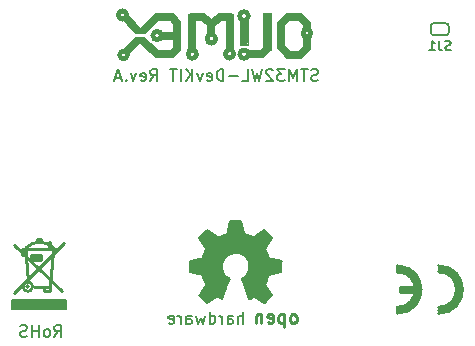
<source format=gbr>
G04 #@! TF.GenerationSoftware,KiCad,Pcbnew,5.1.5+dfsg1-2build2*
G04 #@! TF.CreationDate,2021-03-17T14:18:53+02:00*
G04 #@! TF.ProjectId,LoRa-STM32WL-DevKit_RevA,4c6f5261-2d53-4544-9d33-32574c2d4465,rev?*
G04 #@! TF.SameCoordinates,Original*
G04 #@! TF.FileFunction,Legend,Bot*
G04 #@! TF.FilePolarity,Positive*
%FSLAX46Y46*%
G04 Gerber Fmt 4.6, Leading zero omitted, Abs format (unit mm)*
G04 Created by KiCad (PCBNEW 5.1.5+dfsg1-2build2) date 2021-03-17 14:18:53*
%MOMM*%
%LPD*%
G04 APERTURE LIST*
%ADD10C,0.150000*%
%ADD11C,0.400000*%
%ADD12C,0.700000*%
%ADD13C,0.500000*%
%ADD14C,0.100000*%
%ADD15C,0.254000*%
%ADD16C,0.127000*%
%ADD17C,0.420000*%
%ADD18C,0.370000*%
%ADD19C,0.380000*%
%ADD20C,1.000000*%
%ADD21C,0.300000*%
%ADD22C,0.152400*%
%ADD23C,0.180000*%
%ADD24C,0.200000*%
G04 APERTURE END LIST*
D10*
X71767557Y-128125480D02*
X72100890Y-127649290D01*
X72338985Y-128125480D02*
X72338985Y-127125480D01*
X71958033Y-127125480D01*
X71862795Y-127173100D01*
X71815176Y-127220719D01*
X71767557Y-127315957D01*
X71767557Y-127458814D01*
X71815176Y-127554052D01*
X71862795Y-127601671D01*
X71958033Y-127649290D01*
X72338985Y-127649290D01*
X71196128Y-128125480D02*
X71291366Y-128077861D01*
X71338985Y-128030242D01*
X71386604Y-127935004D01*
X71386604Y-127649290D01*
X71338985Y-127554052D01*
X71291366Y-127506433D01*
X71196128Y-127458814D01*
X71053271Y-127458814D01*
X70958033Y-127506433D01*
X70910414Y-127554052D01*
X70862795Y-127649290D01*
X70862795Y-127935004D01*
X70910414Y-128030242D01*
X70958033Y-128077861D01*
X71053271Y-128125480D01*
X71196128Y-128125480D01*
X70434223Y-128125480D02*
X70434223Y-127125480D01*
X70434223Y-127601671D02*
X69862795Y-127601671D01*
X69862795Y-128125480D02*
X69862795Y-127125480D01*
X69434223Y-128077861D02*
X69291366Y-128125480D01*
X69053271Y-128125480D01*
X68958033Y-128077861D01*
X68910414Y-128030242D01*
X68862795Y-127935004D01*
X68862795Y-127839766D01*
X68910414Y-127744528D01*
X68958033Y-127696909D01*
X69053271Y-127649290D01*
X69243747Y-127601671D01*
X69338985Y-127554052D01*
X69386604Y-127506433D01*
X69434223Y-127411195D01*
X69434223Y-127315957D01*
X69386604Y-127220719D01*
X69338985Y-127173100D01*
X69243747Y-127125480D01*
X69005652Y-127125480D01*
X68862795Y-127173100D01*
X94080528Y-106411661D02*
X93937671Y-106459280D01*
X93699576Y-106459280D01*
X93604338Y-106411661D01*
X93556719Y-106364042D01*
X93509100Y-106268804D01*
X93509100Y-106173566D01*
X93556719Y-106078328D01*
X93604338Y-106030709D01*
X93699576Y-105983090D01*
X93890052Y-105935471D01*
X93985290Y-105887852D01*
X94032909Y-105840233D01*
X94080528Y-105744995D01*
X94080528Y-105649757D01*
X94032909Y-105554519D01*
X93985290Y-105506900D01*
X93890052Y-105459280D01*
X93651957Y-105459280D01*
X93509100Y-105506900D01*
X93223385Y-105459280D02*
X92651957Y-105459280D01*
X92937671Y-106459280D02*
X92937671Y-105459280D01*
X92318623Y-106459280D02*
X92318623Y-105459280D01*
X91985290Y-106173566D01*
X91651957Y-105459280D01*
X91651957Y-106459280D01*
X91271004Y-105459280D02*
X90651957Y-105459280D01*
X90985290Y-105840233D01*
X90842433Y-105840233D01*
X90747195Y-105887852D01*
X90699576Y-105935471D01*
X90651957Y-106030709D01*
X90651957Y-106268804D01*
X90699576Y-106364042D01*
X90747195Y-106411661D01*
X90842433Y-106459280D01*
X91128147Y-106459280D01*
X91223385Y-106411661D01*
X91271004Y-106364042D01*
X90271004Y-105554519D02*
X90223385Y-105506900D01*
X90128147Y-105459280D01*
X89890052Y-105459280D01*
X89794814Y-105506900D01*
X89747195Y-105554519D01*
X89699576Y-105649757D01*
X89699576Y-105744995D01*
X89747195Y-105887852D01*
X90318623Y-106459280D01*
X89699576Y-106459280D01*
X89366242Y-105459280D02*
X89128147Y-106459280D01*
X88937671Y-105744995D01*
X88747195Y-106459280D01*
X88509100Y-105459280D01*
X87651957Y-106459280D02*
X88128147Y-106459280D01*
X88128147Y-105459280D01*
X87318623Y-106078328D02*
X86556719Y-106078328D01*
X86080528Y-106459280D02*
X86080528Y-105459280D01*
X85842433Y-105459280D01*
X85699576Y-105506900D01*
X85604338Y-105602138D01*
X85556719Y-105697376D01*
X85509100Y-105887852D01*
X85509100Y-106030709D01*
X85556719Y-106221185D01*
X85604338Y-106316423D01*
X85699576Y-106411661D01*
X85842433Y-106459280D01*
X86080528Y-106459280D01*
X84699576Y-106411661D02*
X84794814Y-106459280D01*
X84985290Y-106459280D01*
X85080528Y-106411661D01*
X85128147Y-106316423D01*
X85128147Y-105935471D01*
X85080528Y-105840233D01*
X84985290Y-105792614D01*
X84794814Y-105792614D01*
X84699576Y-105840233D01*
X84651957Y-105935471D01*
X84651957Y-106030709D01*
X85128147Y-106125947D01*
X84318623Y-105792614D02*
X84080528Y-106459280D01*
X83842433Y-105792614D01*
X83461480Y-106459280D02*
X83461480Y-105459280D01*
X82890052Y-106459280D02*
X83318623Y-105887852D01*
X82890052Y-105459280D02*
X83461480Y-106030709D01*
X82461480Y-106459280D02*
X82461480Y-105459280D01*
X82128147Y-105459280D02*
X81556719Y-105459280D01*
X81842433Y-106459280D02*
X81842433Y-105459280D01*
X79890052Y-106459280D02*
X80223385Y-105983090D01*
X80461480Y-106459280D02*
X80461480Y-105459280D01*
X80080528Y-105459280D01*
X79985290Y-105506900D01*
X79937671Y-105554519D01*
X79890052Y-105649757D01*
X79890052Y-105792614D01*
X79937671Y-105887852D01*
X79985290Y-105935471D01*
X80080528Y-105983090D01*
X80461480Y-105983090D01*
X79080528Y-106411661D02*
X79175766Y-106459280D01*
X79366242Y-106459280D01*
X79461480Y-106411661D01*
X79509100Y-106316423D01*
X79509100Y-105935471D01*
X79461480Y-105840233D01*
X79366242Y-105792614D01*
X79175766Y-105792614D01*
X79080528Y-105840233D01*
X79032909Y-105935471D01*
X79032909Y-106030709D01*
X79509100Y-106125947D01*
X78699576Y-105792614D02*
X78461480Y-106459280D01*
X78223385Y-105792614D01*
X77842433Y-106364042D02*
X77794814Y-106411661D01*
X77842433Y-106459280D01*
X77890052Y-106411661D01*
X77842433Y-106364042D01*
X77842433Y-106459280D01*
X77413861Y-106173566D02*
X76937671Y-106173566D01*
X77509100Y-106459280D02*
X77175766Y-105459280D01*
X76842433Y-106459280D01*
D11*
X93491947Y-102412800D02*
G75*
G03X93491947Y-102412800I-337447J0D01*
G01*
D12*
X93167200Y-101638100D02*
X92659200Y-101130100D01*
X91567000Y-101053900D02*
X90932000Y-101663500D01*
X90957400Y-103619300D02*
X91516200Y-104203500D01*
X89331800Y-104216200D02*
X89789000Y-103759000D01*
X88346000Y-104216200D02*
X89331800Y-104216200D01*
D11*
X88199524Y-104190800D02*
G75*
G03X88199524Y-104190800I-366324J0D01*
G01*
D12*
X87833200Y-101498400D02*
X87833200Y-103098600D01*
D11*
X88194018Y-100965000D02*
G75*
G03X88194018Y-100965000I-373518J0D01*
G01*
X86960959Y-104165400D02*
G75*
G03X86960959Y-104165400I-359659J0D01*
G01*
D12*
X86614000Y-103657400D02*
X86614000Y-101066600D01*
X86614000Y-101066600D02*
X85775800Y-101066600D01*
X85775800Y-101066600D02*
X85166200Y-101574600D01*
X85064600Y-102362000D02*
X85064600Y-101650800D01*
X84988400Y-101574600D02*
X84353400Y-101066600D01*
D11*
X85435518Y-102895400D02*
G75*
G03X85435518Y-102895400I-370918J0D01*
G01*
D12*
X84353400Y-101066600D02*
X83464400Y-101066600D01*
D11*
X83814929Y-104178100D02*
G75*
G03X83814929Y-104178100I-363229J0D01*
G01*
X77951866Y-104267000D02*
G75*
G03X77951866Y-104267000I-329466J0D01*
G01*
D12*
X77952600Y-103911400D02*
X78790800Y-103098600D01*
D13*
X79298800Y-102997000D02*
X78765400Y-102997000D01*
D12*
X80441800Y-104216200D02*
X79298800Y-103098600D01*
X81762600Y-104216200D02*
X80441800Y-104216200D01*
X82194400Y-103784400D02*
X81762600Y-104216200D01*
X82194400Y-101549200D02*
X82194400Y-103784400D01*
X82194400Y-101523800D02*
X81711800Y-101015800D01*
X81663700Y-101041200D02*
X80441800Y-101041200D01*
X80441800Y-101041200D02*
X79349600Y-102108000D01*
D13*
X79324200Y-102222300D02*
X78765400Y-102222300D01*
D12*
X77901800Y-101231700D02*
X78765400Y-102125400D01*
D11*
X77892935Y-100876100D02*
G75*
G03X77892935Y-100876100I-359435J0D01*
G01*
D12*
X80975200Y-102616000D02*
X82194400Y-102616000D01*
D11*
X80826859Y-102616000D02*
G75*
G03X80826859Y-102616000I-359659J0D01*
G01*
D12*
X92595700Y-104228900D02*
X91554300Y-104228900D01*
X93154500Y-103670100D02*
X93154500Y-102908100D01*
X93167200Y-103657400D02*
X92583000Y-104228900D01*
X93167200Y-101688900D02*
X93167200Y-101930200D01*
X90944700Y-101650800D02*
X90944700Y-103581200D01*
X91567000Y-101041200D02*
X92570300Y-101041200D01*
X83451700Y-101053900D02*
X83451700Y-103657400D01*
X89789000Y-103771700D02*
X89789000Y-101041200D01*
D14*
X89789000Y-100698300D02*
X90068400Y-100698300D01*
X90093800Y-100698300D02*
X90093800Y-103847900D01*
X90081100Y-100698300D02*
X90093800Y-100698300D01*
X90068400Y-100698300D02*
X90081100Y-100698300D01*
X89954100Y-100787200D02*
X90017600Y-100774500D01*
X89471500Y-100698300D02*
X89471500Y-103733600D01*
X89776300Y-100698300D02*
X89471500Y-100698300D01*
X89649300Y-100774500D02*
X89535000Y-100774500D01*
X88150700Y-101384100D02*
X88150700Y-103403400D01*
X87515700Y-103403400D02*
X87515700Y-101384100D01*
X87541100Y-103403400D02*
X87515700Y-103403400D01*
X88150700Y-103403400D02*
X87541100Y-103403400D01*
X88011000Y-103339900D02*
X88074500Y-103339900D01*
X87668100Y-103339900D02*
X87579200Y-103339900D01*
X86931500Y-103746300D02*
X86931500Y-100761800D01*
X85686900Y-100749100D02*
X85102700Y-101231700D01*
X86931500Y-100749100D02*
X85686900Y-100749100D01*
X86779100Y-100812600D02*
X86855300Y-100812600D01*
X83121500Y-103771700D02*
X83121500Y-100761800D01*
X84442300Y-100749100D02*
X85064600Y-101244400D01*
X84416900Y-100749100D02*
X84442300Y-100749100D01*
X83121500Y-100749100D02*
X84416900Y-100749100D01*
X83121500Y-100761800D02*
X83121500Y-100749100D01*
X83273900Y-100825300D02*
X83172300Y-100825300D01*
X80327500Y-100711000D02*
X79070200Y-101955600D01*
X80378300Y-100711000D02*
X80327500Y-100711000D01*
X81749900Y-100711000D02*
X80378300Y-100711000D01*
D10*
X68201800Y-124968800D02*
X68201800Y-125730800D01*
X72773800Y-124968800D02*
X68201800Y-124968800D01*
X72773800Y-125730800D02*
X72773800Y-124968800D01*
X68201800Y-125730800D02*
X72773800Y-125730800D01*
X68252600Y-125019600D02*
X72672200Y-125019600D01*
X72723000Y-125121200D02*
X68252600Y-125121200D01*
X68252600Y-125273600D02*
X72672200Y-125273600D01*
X68252600Y-125426000D02*
X72672200Y-125426000D01*
X72723000Y-125172000D02*
X68303400Y-125172000D01*
X72723000Y-125324400D02*
X68252600Y-125324400D01*
X68303400Y-125527600D02*
X72672200Y-125527600D01*
X72723000Y-125629200D02*
X68303400Y-125629200D01*
D15*
X72567800Y-120192800D02*
X68376800Y-124383800D01*
X72440800Y-124256800D02*
X68376800Y-120319800D01*
X71424800Y-123875800D02*
X70027800Y-123875800D01*
X71424800Y-123875800D02*
X71678800Y-120827800D01*
X71932800Y-120700800D02*
X69011800Y-120700800D01*
X70916800Y-124256800D02*
X70916800Y-124002800D01*
X71424800Y-124256800D02*
X70916800Y-124256800D01*
X71424800Y-123875800D02*
X71424800Y-124256800D01*
X69519800Y-123367800D02*
X69392800Y-121335800D01*
X69921409Y-123875800D02*
G75*
G03X69921409Y-123875800I-401609J0D01*
G01*
X71297800Y-120065800D02*
X71297800Y-120573800D01*
X71424800Y-120065800D02*
X71297800Y-120065800D01*
X71424800Y-120573800D02*
X71424800Y-120065800D01*
X69011800Y-121208800D02*
X69011800Y-120700800D01*
X69392800Y-121208800D02*
X69011800Y-121208800D01*
X69392800Y-120700800D02*
X69392800Y-121208800D01*
X69265800Y-120827800D02*
X69265800Y-120954800D01*
X69265800Y-120700800D02*
X69138800Y-121081800D01*
X69265800Y-120827800D02*
X69265800Y-120954800D01*
X69138800Y-120827800D02*
X69138800Y-121208800D01*
X69265800Y-120827800D02*
X69138800Y-120827800D01*
X69265800Y-121208800D02*
X69265800Y-120827800D01*
X70662800Y-121589800D02*
X70662800Y-121208800D01*
X69773800Y-121589800D02*
X70662800Y-121589800D01*
X69773800Y-121208800D02*
X69773800Y-121589800D01*
X70662800Y-121208800D02*
X69773800Y-121208800D01*
X70535800Y-121335800D02*
X69900800Y-121335800D01*
X70281800Y-119811800D02*
X70662800Y-119811800D01*
X70281800Y-119938800D02*
X70281800Y-119811800D01*
X70662800Y-119938800D02*
X70281800Y-119938800D01*
X70662800Y-119811800D02*
X70662800Y-119938800D01*
X69392800Y-120573800D02*
G75*
G02X71678800Y-120573800I1143000J-1143000D01*
G01*
D16*
X69646800Y-123875800D02*
G75*
G03X69646800Y-123875800I-127000J0D01*
G01*
D17*
X88361520Y-124736860D02*
X87810340Y-123314460D01*
D18*
X88706960Y-124551440D02*
X88389460Y-124757180D01*
D11*
X89496900Y-125100080D02*
X88717120Y-124569220D01*
D19*
X90073480Y-124561600D02*
X89509600Y-125100080D01*
D18*
X90058240Y-124561600D02*
X89524840Y-123728480D01*
X89882980Y-122801380D02*
X89524840Y-123685300D01*
X90860880Y-122560080D02*
X89910920Y-122778520D01*
D19*
X90850720Y-121782840D02*
X90855800Y-122570240D01*
D18*
X90863420Y-121770140D02*
X89844880Y-121589800D01*
X89814400Y-121554240D02*
X89466420Y-120688100D01*
X90043000Y-119786400D02*
X89486740Y-120637300D01*
D19*
X90053160Y-119763540D02*
X89552780Y-119230140D01*
D18*
X89504520Y-119204740D02*
X88676480Y-119857520D01*
X88615520Y-119847360D02*
X87769700Y-119440960D01*
X87510620Y-118407180D02*
X87716360Y-119420640D01*
X87518240Y-118394480D02*
X86733380Y-118394480D01*
X86751160Y-118414800D02*
X86537800Y-119433340D01*
X86537800Y-119433340D02*
X85636100Y-119882920D01*
X85623400Y-119877840D02*
X84719160Y-119243400D01*
X84719160Y-119245380D02*
X84165440Y-119791480D01*
X84165440Y-119794020D02*
X84782660Y-120583960D01*
X84782660Y-120583960D02*
X84442300Y-121521220D01*
X84442300Y-121521220D02*
X83360260Y-121749820D01*
X83360260Y-121749820D02*
X83360260Y-122585480D01*
X83360260Y-122585480D02*
X84373720Y-122755660D01*
X84373720Y-122755660D02*
X84780120Y-123667520D01*
X84729320Y-125115320D02*
X85564980Y-124548900D01*
X85564980Y-124548900D02*
X85902800Y-124734320D01*
X85902800Y-124734320D02*
X86476840Y-123294140D01*
X86466680Y-123291600D02*
G75*
G02X86095840Y-121427240I746760J1117600D01*
G01*
X86085680Y-121442480D02*
G75*
G02X88011000Y-121244360I1061720J-863600D01*
G01*
X88036400Y-121269760D02*
G75*
G02X87960200Y-123123960I-965200J-889000D01*
G01*
X84780120Y-123667520D02*
X84160360Y-124553980D01*
X84714080Y-125107700D02*
X84160360Y-124561600D01*
D10*
X88280240Y-124917200D02*
X87630000Y-123248420D01*
X88663780Y-124714000D02*
X88318340Y-124934980D01*
X88676480Y-124703840D02*
X89501980Y-125267720D01*
X89509600Y-125275340D02*
X90230960Y-124581920D01*
X90238580Y-124579380D02*
X89641680Y-123715780D01*
X91000580Y-122671840D02*
X89928700Y-122867420D01*
X91000580Y-121678700D02*
X91000580Y-122664220D01*
X91003120Y-121676160D02*
X89832180Y-121472960D01*
X89933780Y-121478040D02*
X89598500Y-120644920D01*
X90195400Y-119794020D02*
X89601040Y-120647460D01*
X90215720Y-119758460D02*
X89542620Y-119044720D01*
X89529920Y-119042180D02*
X88559640Y-119758460D01*
X88595200Y-119689880D02*
X87690960Y-119311420D01*
X87607140Y-118295420D02*
X87807800Y-119321580D01*
X87596980Y-118287800D02*
X86631780Y-118287800D01*
X86631780Y-118287800D02*
X86405720Y-119458740D01*
X86415880Y-119377460D02*
X85610700Y-119715280D01*
X85730080Y-119763540D02*
X84719160Y-119090440D01*
X84714080Y-119087900D02*
X84020660Y-119778780D01*
X84015580Y-119786400D02*
X84719160Y-120777000D01*
X84630260Y-120667780D02*
X84264500Y-121536460D01*
X83327240Y-122438160D02*
X84434680Y-122661680D01*
X83243420Y-121696480D02*
X83245960Y-122654060D01*
X84381340Y-122885200D02*
X83258660Y-122674380D01*
X84277200Y-122852180D02*
X84658200Y-123832620D01*
X84310220Y-124487940D02*
X84795360Y-125018800D01*
X84706460Y-125262640D02*
X84023200Y-124571760D01*
X85592920Y-124647960D02*
X84716620Y-125267720D01*
X84729320Y-124952760D02*
X85549740Y-124424440D01*
X85412580Y-124620020D02*
X85940900Y-124947680D01*
X85940900Y-124947680D02*
X86326980Y-123967240D01*
X86332060Y-123268740D02*
X85803740Y-124650500D01*
X90708480Y-121866660D02*
X90708480Y-122516900D01*
X90850720Y-121922540D02*
X89735660Y-121676160D01*
X89321640Y-120655080D02*
X89707720Y-121653300D01*
X89316560Y-120660160D02*
X89918540Y-119750840D01*
X89560400Y-119306340D02*
X88676480Y-120027700D01*
X86288880Y-123327160D02*
X86111080Y-123205240D01*
X86111080Y-123205240D02*
X85735160Y-122494040D01*
X85735160Y-122494040D02*
X85735160Y-121975880D01*
X85730080Y-121988580D02*
X85963760Y-121315480D01*
X85963760Y-121315480D02*
X86474300Y-120886220D01*
X86474300Y-120886220D02*
X87289640Y-120726200D01*
X87289640Y-120718580D02*
X88160860Y-121147840D01*
X88160860Y-121147840D02*
X88579960Y-121879360D01*
X88585040Y-121884440D02*
X88452960Y-122707400D01*
X88447880Y-122737880D02*
X88353900Y-122908060D01*
X88447880Y-122737880D02*
X88353900Y-122908060D01*
X88224360Y-122958860D02*
X87965280Y-123296680D01*
X87856060Y-123073160D02*
X87630000Y-123248420D01*
X86354920Y-123075700D02*
X86608920Y-123240800D01*
X86492080Y-123530360D02*
X86614000Y-123245880D01*
X88671400Y-120025160D02*
X87688420Y-119532400D01*
X88341200Y-122938540D02*
X88033860Y-123205240D01*
D20*
X89357200Y-124368560D02*
X88503760Y-123347480D01*
X90393520Y-122163840D02*
X88976200Y-122102880D01*
X89408000Y-119877840D02*
X88346280Y-120985280D01*
X87147400Y-118902480D02*
X87142320Y-120416320D01*
X84881720Y-119959120D02*
X85994240Y-121025920D01*
X83891120Y-122143520D02*
X85359240Y-122229880D01*
X88681560Y-124195840D02*
X88315800Y-123433840D01*
X89347040Y-123296680D02*
X88783160Y-122816620D01*
X89595960Y-122651520D02*
X88889840Y-122524520D01*
X89270840Y-121406920D02*
X88828880Y-121566940D01*
X89095580Y-120926860D02*
X88638380Y-121216420D01*
X88097360Y-120149620D02*
X87922100Y-120507760D01*
X87663020Y-119890540D02*
X87495380Y-120500140D01*
X86398100Y-119905780D02*
X86619080Y-120591580D01*
X85811360Y-120157240D02*
X86230460Y-120743980D01*
X84942680Y-121025920D02*
X85598000Y-121391680D01*
X84701380Y-121719340D02*
X85422740Y-121866660D01*
X85537040Y-122877580D02*
X84927440Y-122984260D01*
X85857080Y-123296680D02*
X85239860Y-123624340D01*
X85971380Y-123433840D02*
X84790280Y-124447300D01*
X85971380Y-123342400D02*
X85638640Y-124073920D01*
D15*
X101065200Y-124117100D02*
X102315200Y-124117100D01*
X101065200Y-124367100D02*
X102315200Y-124367100D01*
X101065200Y-123867100D02*
X101065200Y-124367100D01*
X102315200Y-123867100D02*
X101065200Y-123867100D01*
X100815200Y-122117100D02*
X100815200Y-122617100D01*
X100815200Y-126117100D02*
G75*
G03X100815200Y-122117100I0J2000000D01*
G01*
X100815200Y-125617100D02*
X100815200Y-126117100D01*
D21*
X100865180Y-125867100D02*
G75*
G03X100865200Y-122367100I-49980J1750000D01*
G01*
D15*
X100815200Y-125617100D02*
G75*
G03X100815200Y-122617100I0J1500000D01*
G01*
D21*
X104365180Y-125867100D02*
G75*
G03X104365200Y-122367100I-49980J1750000D01*
G01*
D15*
X104315200Y-125617100D02*
X104315200Y-126117100D01*
X104315200Y-122117100D02*
X104315200Y-122617100D01*
X104315200Y-126117100D02*
G75*
G03X104315200Y-122117100I0J2000000D01*
G01*
X104315200Y-125617100D02*
G75*
G03X104315200Y-122617100I0J1500000D01*
G01*
D22*
X103886000Y-102590600D02*
G75*
G02X103632000Y-102336600I0J254000D01*
G01*
X105156000Y-102336600D02*
G75*
G02X104902000Y-102590600I-254000J0D01*
G01*
X104902000Y-101574600D02*
G75*
G02X105156000Y-101828600I0J-254000D01*
G01*
X103632000Y-101828600D02*
G75*
G02X103886000Y-101574600I254000J0D01*
G01*
D10*
X103632000Y-102336600D02*
X103632000Y-101828600D01*
X103886000Y-101574600D02*
X104902000Y-101574600D01*
X105156000Y-101828600D02*
X105156000Y-102336600D01*
X104902000Y-102590600D02*
X103886000Y-102590600D01*
D15*
X92080998Y-126948979D02*
X92185760Y-126896598D01*
X92238140Y-126844217D01*
X92290521Y-126739455D01*
X92290521Y-126425169D01*
X92238140Y-126320407D01*
X92185760Y-126268026D01*
X92080998Y-126215645D01*
X91923855Y-126215645D01*
X91819093Y-126268026D01*
X91766712Y-126320407D01*
X91714331Y-126425169D01*
X91714331Y-126739455D01*
X91766712Y-126844217D01*
X91819093Y-126896598D01*
X91923855Y-126948979D01*
X92080998Y-126948979D01*
X91242902Y-126215645D02*
X91242902Y-127315645D01*
X91242902Y-126268026D02*
X91138140Y-126215645D01*
X90928617Y-126215645D01*
X90823855Y-126268026D01*
X90771474Y-126320407D01*
X90719093Y-126425169D01*
X90719093Y-126739455D01*
X90771474Y-126844217D01*
X90823855Y-126896598D01*
X90928617Y-126948979D01*
X91138140Y-126948979D01*
X91242902Y-126896598D01*
X89828617Y-126896598D02*
X89933379Y-126948979D01*
X90142902Y-126948979D01*
X90247664Y-126896598D01*
X90300045Y-126791836D01*
X90300045Y-126372788D01*
X90247664Y-126268026D01*
X90142902Y-126215645D01*
X89933379Y-126215645D01*
X89828617Y-126268026D01*
X89776236Y-126372788D01*
X89776236Y-126477550D01*
X90300045Y-126582312D01*
X89304807Y-126215645D02*
X89304807Y-126948979D01*
X89304807Y-126320407D02*
X89252426Y-126268026D01*
X89147664Y-126215645D01*
X88990521Y-126215645D01*
X88885760Y-126268026D01*
X88833379Y-126372788D01*
X88833379Y-126948979D01*
D23*
X87765497Y-126995180D02*
X87765497Y-125995180D01*
X87336925Y-126995180D02*
X87336925Y-126471371D01*
X87384544Y-126376133D01*
X87479782Y-126328514D01*
X87622640Y-126328514D01*
X87717878Y-126376133D01*
X87765497Y-126423752D01*
X86432163Y-126995180D02*
X86432163Y-126471371D01*
X86479782Y-126376133D01*
X86575020Y-126328514D01*
X86765497Y-126328514D01*
X86860735Y-126376133D01*
X86432163Y-126947561D02*
X86527401Y-126995180D01*
X86765497Y-126995180D01*
X86860735Y-126947561D01*
X86908354Y-126852323D01*
X86908354Y-126757085D01*
X86860735Y-126661847D01*
X86765497Y-126614228D01*
X86527401Y-126614228D01*
X86432163Y-126566609D01*
X85955973Y-126995180D02*
X85955973Y-126328514D01*
X85955973Y-126518990D02*
X85908354Y-126423752D01*
X85860735Y-126376133D01*
X85765497Y-126328514D01*
X85670259Y-126328514D01*
X84908354Y-126995180D02*
X84908354Y-125995180D01*
X84908354Y-126947561D02*
X85003592Y-126995180D01*
X85194068Y-126995180D01*
X85289306Y-126947561D01*
X85336925Y-126899942D01*
X85384544Y-126804704D01*
X85384544Y-126518990D01*
X85336925Y-126423752D01*
X85289306Y-126376133D01*
X85194068Y-126328514D01*
X85003592Y-126328514D01*
X84908354Y-126376133D01*
X84527401Y-126328514D02*
X84336925Y-126995180D01*
X84146449Y-126518990D01*
X83955973Y-126995180D01*
X83765497Y-126328514D01*
X82955973Y-126995180D02*
X82955973Y-126471371D01*
X83003592Y-126376133D01*
X83098830Y-126328514D01*
X83289306Y-126328514D01*
X83384544Y-126376133D01*
X82955973Y-126947561D02*
X83051211Y-126995180D01*
X83289306Y-126995180D01*
X83384544Y-126947561D01*
X83432163Y-126852323D01*
X83432163Y-126757085D01*
X83384544Y-126661847D01*
X83289306Y-126614228D01*
X83051211Y-126614228D01*
X82955973Y-126566609D01*
X82479782Y-126995180D02*
X82479782Y-126328514D01*
X82479782Y-126518990D02*
X82432163Y-126423752D01*
X82384544Y-126376133D01*
X82289306Y-126328514D01*
X82194068Y-126328514D01*
X81479782Y-126947561D02*
X81575020Y-126995180D01*
X81765497Y-126995180D01*
X81860735Y-126947561D01*
X81908354Y-126852323D01*
X81908354Y-126471371D01*
X81860735Y-126376133D01*
X81765497Y-126328514D01*
X81575020Y-126328514D01*
X81479782Y-126376133D01*
X81432163Y-126471371D01*
X81432163Y-126566609D01*
X81908354Y-126661847D01*
D24*
X105333685Y-103816109D02*
X105219400Y-103854204D01*
X105028923Y-103854204D01*
X104952733Y-103816109D01*
X104914638Y-103778014D01*
X104876542Y-103701823D01*
X104876542Y-103625633D01*
X104914638Y-103549442D01*
X104952733Y-103511347D01*
X105028923Y-103473252D01*
X105181304Y-103435157D01*
X105257495Y-103397061D01*
X105295590Y-103358966D01*
X105333685Y-103282776D01*
X105333685Y-103206585D01*
X105295590Y-103130395D01*
X105257495Y-103092300D01*
X105181304Y-103054204D01*
X104990828Y-103054204D01*
X104876542Y-103092300D01*
X104305114Y-103054204D02*
X104305114Y-103625633D01*
X104343209Y-103739919D01*
X104419400Y-103816109D01*
X104533685Y-103854204D01*
X104609876Y-103854204D01*
X103505114Y-103854204D02*
X103962257Y-103854204D01*
X103733685Y-103854204D02*
X103733685Y-103054204D01*
X103809876Y-103168490D01*
X103886066Y-103244680D01*
X103962257Y-103282776D01*
M02*

</source>
